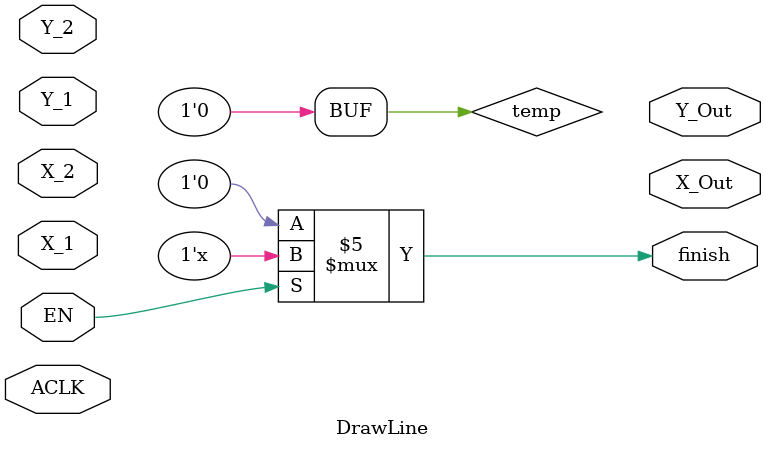
<source format=v>
`timescale 1ns / 1ps
module DrawLine(
    input wire EN,
    input wire ACLK,
    input wire [7:0] X_1,
    input wire [7:0] Y_1,
    input wire [7:0] X_2,
    input wire [7:0] Y_2,
    output reg [7:0] X_Out,
    output reg [7:0] Y_Out,
	 output reg finish
    );
reg temp;
always@(X_1,Y_1,X_2,Y_2)
begin
	temp = 0;
end	 
always@(ACLK)
begin
	if (!EN)
	begin
		finish = 0;
	end
end

endmodule

</source>
